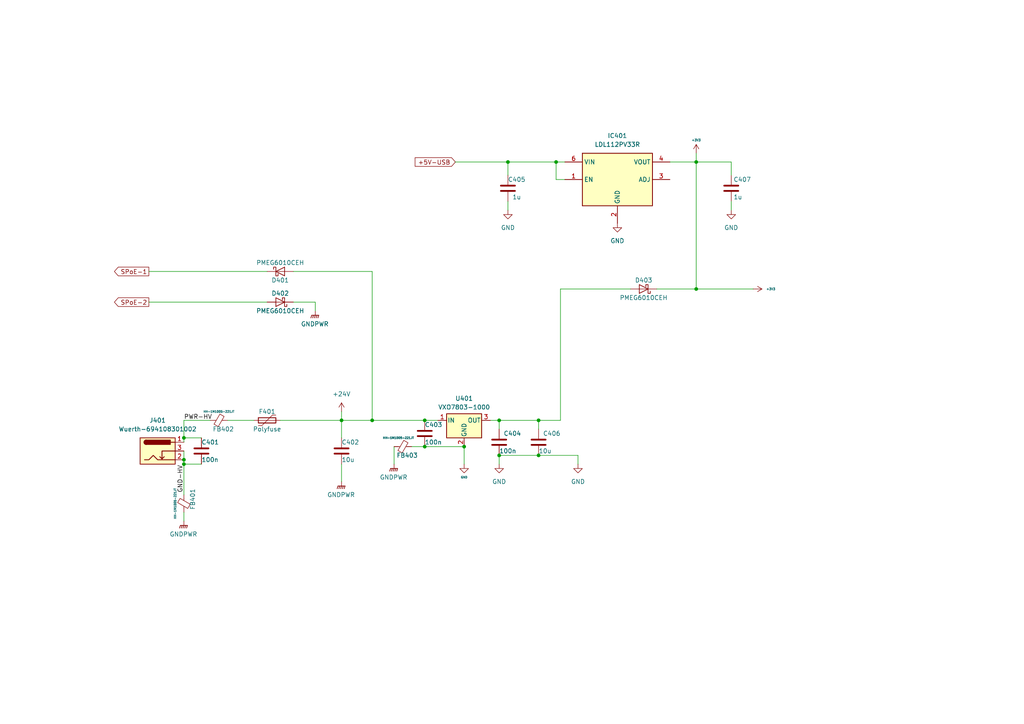
<source format=kicad_sch>
(kicad_sch (version 20230121) (generator eeschema)
  (paper "A4")
  (lib_symbols
    (symbol "Connector:Barrel_Jack_Switch" (pin_names hide)
      (property "Reference" "J" (at 0 5.334 0))
      (property "Value" "Barrel_Jack_Switch" (at 0 -5.08 0))
      (symbol "Barrel_Jack_Switch_0_1"
        (rectangle (start -5.08 3.81) (end 5.08 -3.81) (stroke (width 0.254)) (fill (type background)))
        (arc (start -3.302 3.175) (mid -3.9343 2.54) (end -3.302 1.905) (stroke (width 0.254)))
        (arc (start -3.302 3.175) (mid -3.9343 2.54) (end -3.302 1.905) (stroke (width 0.254)) (fill (type outline)))
        (polyline (pts (xy 1.27 -2.286) (xy 1.905 -1.651)) (stroke (width 0.254)))
        (polyline (pts (xy 5.08 2.54) (xy 3.81 2.54)) (stroke (width 0.254)))
        (polyline (pts (xy 5.08 0) (xy 1.27 0) (xy 1.27 -2.286) (xy 0.635 -1.651)) (stroke (width 0.254)))
        (polyline (pts (xy -3.81 -2.54) (xy -2.54 -2.54) (xy -1.27 -1.27) (xy 0 -2.54) (xy 2.54 -2.54) (xy 5.08 -2.54)) (stroke (width 0.254)))
        (rectangle (start 3.683 3.175) (end -3.302 1.905) (stroke (width 0.254)) (fill (type outline)))
      )
      (symbol "Barrel_Jack_Switch_1_1"
        (pin passive line (at 7.62 2.54 180) (length 2.54) (name "~") (number "1"))
        (pin passive line (at 7.62 -2.54 180) (length 2.54) (name "~") (number "2"))
        (pin passive line (at 7.62 0 180) (length 2.54) (name "~") (number "3"))
      )
    )
    (symbol "Device:C" (pin_numbers hide) (pin_names (offset 0.254))
      (property "Reference" "C" (at 0.635 2.54 0))
      (property "Value" "C" (at 0.635 -2.54 0))
      (symbol "C_0_1"
        (polyline (pts (xy -2.032 -0.762) (xy 2.032 -0.762)) (stroke (width 0.508)))
        (polyline (pts (xy -2.032 0.762) (xy 2.032 0.762)) (stroke (width 0.508)))
      )
      (symbol "C_1_1"
        (pin passive line (at 0 3.81 270) (length 2.794) (name "~") (number "1"))
        (pin passive line (at 0 -3.81 90) (length 2.794) (name "~") (number "2"))
      )
    )
    (symbol "Device:Ferrite_Bead_Small" (pin_numbers hide) (pin_names (offset 0))
      (property "Reference" "FB" (at 1.905 1.27 0))
      (property "Value" "Device_Ferrite_Bead_Small" (at 1.905 -1.27 0))
      (symbol "Ferrite_Bead_Small_0_1"
        (polyline (pts (xy 0 -1.27) (xy 0 -0.7874)))
        (polyline (pts (xy 0 0.889) (xy 0 1.2954)))
        (polyline (pts (xy -1.8288 0.2794) (xy -1.1176 1.4986) (xy 1.8288 -0.2032) (xy 1.1176 -1.4224) (xy -1.8288 0.2794)))
      )
      (symbol "Ferrite_Bead_Small_1_1"
        (pin passive line (at 0 2.54 270) (length 1.27) (name "~") (number "1"))
        (pin passive line (at 0 -2.54 90) (length 1.27) (name "~") (number "2"))
      )
    )
    (symbol "Device:Polyfuse" (pin_numbers hide) (pin_names (offset 0))
      (property "Reference" "F" (at -2.54 0 90))
      (property "Value" "Polyfuse" (at 2.54 0 90))
      (symbol "Polyfuse_0_1"
        (rectangle (start -0.762 2.54) (end 0.762 -2.54) (stroke (width 0.254)))
        (polyline (pts (xy 0 2.54) (xy 0 -2.54)))
        (polyline (pts (xy -1.524 2.54) (xy -1.524 1.524) (xy 1.524 -1.524) (xy 1.524 -2.54)))
      )
      (symbol "Polyfuse_1_1"
        (pin passive line (at 0 3.81 270) (length 1.27) (name "~") (number "1"))
        (pin passive line (at 0 -3.81 90) (length 1.27) (name "~") (number "2"))
      )
    )
    (symbol "Diode:PMEG6010CEH" (pin_numbers hide) (pin_names hide)
      (property "Reference" "D" (at 0 2.54 0))
      (property "Value" "PMEG6010CEH" (at 0 -2.54 0))
      (symbol "PMEG6010CEH_0_1"
        (polyline (pts (xy 1.27 0) (xy -1.27 0)))
        (polyline (pts (xy 1.27 1.27) (xy 1.27 -1.27) (xy -1.27 0) (xy 1.27 1.27)) (stroke (width 0.2032)))
        (polyline (pts (xy -1.905 0.635) (xy -1.905 1.27) (xy -1.27 1.27) (xy -1.27 -1.27) (xy -0.635 -1.27) (xy -0.635 -0.635)) (stroke (width 0.2032)))
      )
      (symbol "PMEG6010CEH_1_1"
        (pin passive line (at -3.81 0 0) (length 2.54) (name "K") (number "1"))
        (pin passive line (at 3.81 0 180) (length 2.54) (name "A") (number "2"))
      )
    )
    (symbol "Project_Specific_Power:+3V3" (power) (pin_names (offset 0))
      (property "Value" "+3V3" (at 0 3.175 0))
      (symbol "+3V3_0_1"
        (polyline (pts (xy -0.762 1.27) (xy 0 2.54)))
        (polyline (pts (xy 0 0) (xy 0 2.54)))
        (polyline (pts (xy 0 2.54) (xy 0.762 1.27)))
      )
      (symbol "+3V3_1_1"
        (pin power_in line (at 0 0 90) (length 0) hide (name "+3V3") (number "1"))
      )
    )
    (symbol "Project_Specific_STMicroelectronics:LDL112PV33R"
      (property "Reference" "IC" (at -7.62 8.89 0))
      (property "Value" "LDL112PV33R" (at -6.35 -3.81 0))
      (symbol "LDL112PV33R_1_1"
        (rectangle (start -10.16 5.08) (end 10.16 -10.16) (stroke (width 0.254)) (fill (type background)))
        (pin passive line (at -15.24 -2.54 0) (length 5.08) (name "EN") (number "1"))
        (pin passive line (at 0 -15.24 90) (length 5.08) (name "GND") (number "2"))
        (pin passive line (at 15.24 -2.54 180) (length 5.08) (name "ADJ") (number "3"))
        (pin passive line (at 15.24 2.54 180) (length 5.08) (name "VOUT") (number "4"))
        (pin passive line (at -15.24 2.54 0) (length 5.08) (name "VIN") (number "6"))
        (pin passive line (at 0 -15.24 90) (length 5.08) hide (name "EP") (number "7"))
      )
    )
    (symbol "Regulator_Linear:L7805" (pin_names (offset 0.254))
      (property "Reference" "U" (at -3.81 3.175 0))
      (property "Value" "L7805" (at 0 3.175 0))
      (symbol "L7805_0_1"
        (rectangle (start -5.08 1.905) (end 5.08 -5.08) (stroke (width 0.254)) (fill (type background)))
      )
      (symbol "L7805_1_1"
        (pin power_in line (at -7.62 0 0) (length 2.54) (name "IN") (number "1"))
        (pin power_in line (at 0 -7.62 90) (length 2.54) (name "GND") (number "2"))
        (pin power_out line (at 7.62 0 180) (length 2.54) (name "OUT") (number "3"))
      )
    )
    (symbol "power:+24V" (power) (pin_names (offset 0))
      (property "Value" "+24V" (at 0 3.556 0))
      (symbol "+24V_0_1"
        (polyline (pts (xy -0.762 1.27) (xy 0 2.54)))
        (polyline (pts (xy 0 0) (xy 0 2.54)))
        (polyline (pts (xy 0 2.54) (xy 0.762 1.27)))
      )
      (symbol "+24V_1_1"
        (pin power_in line (at 0 0 90) (length 0) hide (name "+24V") (number "1"))
      )
    )
    (symbol "power:GND" (power) (pin_names (offset 0))
      (property "Value" "GND" (at 0 -3.81 0))
      (symbol "GND_0_1"
        (polyline (pts (xy 0 0) (xy 0 -1.27) (xy 1.27 -1.27) (xy 0 -2.54) (xy -1.27 -1.27) (xy 0 -1.27)))
      )
      (symbol "GND_1_1"
        (pin power_in line (at 0 0 270) (length 0) hide (name "GND") (number "1"))
      )
    )
    (symbol "power:GNDPWR" (power) (pin_names (offset 0))
      (property "Value" "GNDPWR" (at 0 -3.302 0))
      (symbol "GNDPWR_0_1"
        (polyline (pts (xy 0 -1.27) (xy 0 0)))
        (polyline (pts (xy -1.016 -1.27) (xy -1.27 -2.032) (xy -1.27 -2.032)) (stroke (width 0.2032)))
        (polyline (pts (xy -0.508 -1.27) (xy -0.762 -2.032) (xy -0.762 -2.032)) (stroke (width 0.2032)))
        (polyline (pts (xy 0 -1.27) (xy -0.254 -2.032) (xy -0.254 -2.032)) (stroke (width 0.2032)))
        (polyline (pts (xy 0.508 -1.27) (xy 0.254 -2.032) (xy 0.254 -2.032)) (stroke (width 0.2032)))
        (polyline (pts (xy 1.016 -1.27) (xy -1.016 -1.27) (xy -1.016 -1.27)) (stroke (width 0.2032)))
        (polyline (pts (xy 1.016 -1.27) (xy 0.762 -2.032) (xy 0.762 -2.032) (xy 0.762 -2.032)) (stroke (width 0.2032)))
      )
      (symbol "GNDPWR_1_1"
        (pin power_in line (at 0 0 270) (length 0) hide (name "GNDPWR") (number "1"))
      )
    )
  )
  (junction (at 144.78 121.92))
  (junction (at 53.34 127))
  (junction (at 53.34 133.35))
  (junction (at 134.62 129.54))
  (junction (at 123.19 121.92))
  (junction (at 156.21 121.92))
  (junction (at 144.78 132.08))
  (junction (at 107.95 121.92))
  (junction (at 201.93 46.99))
  (junction (at 156.21 132.08))
  (junction (at 161.29 46.99))
  (junction (at 201.93 83.82))
  (junction (at 147.32 46.99))
  (junction (at 53.34 134.62))
  (junction (at 123.19 129.54))
  (junction (at 99.06 121.92))
  (wire (pts (xy 99.06 121.92) (xy 99.06 127)))
  (wire (pts (xy 147.32 58.42) (xy 147.32 60.96)))
  (wire (pts (xy 53.34 130.81) (xy 53.34 133.35)))
  (wire (pts (xy 134.62 129.54) (xy 134.62 134.62)))
  (wire (pts (xy 53.34 121.92) (xy 53.34 127)))
  (wire (pts (xy 162.56 83.82) (xy 162.56 121.92)))
  (wire (pts (xy 123.19 129.54) (xy 134.62 129.54)))
  (wire (pts (xy 144.78 121.92) (xy 144.78 124.46)))
  (wire (pts (xy 161.29 46.99) (xy 163.83 46.99)))
  (wire (pts (xy 212.09 58.42) (xy 212.09 60.96)))
  (wire (pts (xy 144.78 121.92) (xy 156.21 121.92)))
  (wire (pts (xy 107.95 121.92) (xy 123.19 121.92)))
  (wire (pts (xy 167.64 132.08) (xy 167.64 134.62)))
  (wire (pts (xy 201.93 44.45) (xy 201.93 46.99)))
  (wire (pts (xy 123.19 121.92) (xy 127 121.92)))
  (wire (pts (xy 99.06 121.92) (xy 107.95 121.92)))
  (wire (pts (xy 147.32 50.8) (xy 147.32 46.99)))
  (wire (pts (xy 53.34 127) (xy 53.34 128.27)))
  (wire (pts (xy 161.29 52.07) (xy 161.29 46.99)))
  (wire (pts (xy 43.18 78.74) (xy 77.47 78.74)))
  (wire (pts (xy 53.34 148.59) (xy 53.34 151.13)))
  (wire (pts (xy 60.96 121.92) (xy 53.34 121.92)))
  (wire (pts (xy 201.93 83.82) (xy 201.93 46.99)))
  (wire (pts (xy 53.34 134.62) (xy 58.42 134.62)))
  (wire (pts (xy 53.34 133.35) (xy 53.34 134.62)))
  (wire (pts (xy 144.78 132.08) (xy 144.78 134.62)))
  (wire (pts (xy 194.31 46.99) (xy 201.93 46.99)))
  (wire (pts (xy 99.06 134.62) (xy 99.06 139.7)))
  (wire (pts (xy 73.66 121.92) (xy 66.04 121.92)))
  (wire (pts (xy 147.32 46.99) (xy 132.08 46.99)))
  (wire (pts (xy 43.18 87.63) (xy 77.47 87.63)))
  (wire (pts (xy 147.32 46.99) (xy 161.29 46.99)))
  (wire (pts (xy 53.34 134.62) (xy 53.34 143.51)))
  (wire (pts (xy 53.34 127) (xy 58.42 127)))
  (wire (pts (xy 201.93 83.82) (xy 218.44 83.82)))
  (wire (pts (xy 163.83 52.07) (xy 161.29 52.07)))
  (wire (pts (xy 156.21 121.92) (xy 162.56 121.92)))
  (wire (pts (xy 190.5 83.82) (xy 201.93 83.82)))
  (wire (pts (xy 119.38 129.54) (xy 123.19 129.54)))
  (wire (pts (xy 144.78 132.08) (xy 156.21 132.08)))
  (wire (pts (xy 99.06 119.38) (xy 99.06 121.92)))
  (wire (pts (xy 91.44 87.63) (xy 91.44 90.17)))
  (wire (pts (xy 162.56 83.82) (xy 182.88 83.82)))
  (wire (pts (xy 156.21 132.08) (xy 167.64 132.08)))
  (wire (pts (xy 156.21 121.92) (xy 156.21 124.46)))
  (wire (pts (xy 114.3 129.54) (xy 114.3 134.62)))
  (wire (pts (xy 85.09 87.63) (xy 91.44 87.63)))
  (wire (pts (xy 81.28 121.92) (xy 99.06 121.92)))
  (wire (pts (xy 142.24 121.92) (xy 144.78 121.92)))
  (wire (pts (xy 85.09 78.74) (xy 107.95 78.74)))
  (wire (pts (xy 212.09 50.8) (xy 212.09 46.99)))
  (wire (pts (xy 212.09 46.99) (xy 201.93 46.99)))
  (wire (pts (xy 107.95 121.92) (xy 107.95 78.74)))
  (label "GND-HV" (at 53.34 142.875 90))
  (label "PWR-HV" (at 53.34 121.92 0))
  (global_label "SPoE-2" (shape output) (at 43.18 87.63 180) (property "Intersheetrefs" "${INTERSHEET_REFS}" (at 32.7148 87.63 0) (effects (justify right))))
  (global_label "SPoE-1" (shape output) (at 43.18 78.74 180) (property "Intersheetrefs" "${INTERSHEET_REFS}" (at 32.7148 78.74 0) (effects (justify right))))
  (global_label "+5V-USB" (shape input) (at 132.08 46.99 180) (property "Intersheetrefs" "${INTERSHEET_REFS}" (at 119.9213 46.99 0) (effects (justify right))))
  (symbol (lib_id "power:GNDPWR") (at 99.06 139.7 0) (unit 1)
    (property "Reference" "#PWR0404" (effects hide))
    (property "Value" "GNDPWR" (at 98.933 143.51 0))
    (instances (project "SinglePair-Eth-Gateway" (path "" (reference "#PWR0404") (unit 1))) (project "Hemispherical-3D-Camera" (path "" (reference "#PWR0401") (unit 1))))
  )
  (symbol (lib_id "power:+24V") (at 99.06 119.38 0) (unit 1)
    (property "Reference" "#PWR0403" (effects hide))
    (property "Value" "+24V" (at 99.06 114.3 0))
  )
  (symbol (lib_id "Diode:PMEG6010CEH") (at 81.28 78.74 0) (unit 1)
    (property "Reference" "D401" (at 81.28 81.28 0))
    (property "Value" "PMEG6010CEH" (at 81.28 76.2 0))
    (property "Footprint" "Diode_SMD:D_SOD-123F" (effects hide))
    (property "Datasheet" "https://assets.nexperia.com/documents/data-sheet/PMEG6010CEH_PMEG6010CEJ.pdf" (effects hide))
    (instances (project "SinglePair-Eth-Gateway" (path "" (reference "D401") (unit 1))) (project "Hemispherical-3D-Camera" (path "" (reference "D403") (unit 1))))
  )
  (symbol (lib_id "power:GND") (at 179.07 64.77 0) (unit 1)
    (property "Reference" "#PWR0410" (effects hide))
    (property "Value" "GND" (at 179.07 69.85 0))
    (instances (project "SinglePair-Eth-Gateway" (path "" (reference "#PWR0410") (unit 1))) (project "Hemispherical-3D-Camera" (path "" (reference "#PWR0408") (unit 1))))
  )
  (symbol (lib_id "Device:Ferrite_Bead_Small") (at 53.34 146.05 0) (unit 1)
    (property "Reference" "FB401" (at 55.88 144.78 90))
    (property "Value" "HH-1M1005-221JT" (at 50.8 146.05 90) (effects (font (size 0.6 0.6))))
    (property "Footprint" "Project_Specific_Passives:FB_0603_1608Metric" (effects hide))
    (instances (project "SinglePair-Eth-Gateway" (path "" (reference "FB401") (unit 1))) (project "gateway-LoRa-T1L" (path "" (reference "FB101") (unit 1))) (project "Hemispherical-3D-Camera" (path "" (reference "FB1") (unit 1)) (path "" (reference "FB203") (unit 1)) (path "" (reference "FB402") (unit 1))))
  )
  (symbol (lib_id "Device:Ferrite_Bead_Small") (at 63.5 121.92 270) (unit 1)
    (property "Reference" "FB402" (at 64.77 124.46 90))
    (property "Value" "HH-1M1005-221JT" (at 63.5 119.38 90) (effects (font (size 0.6 0.6))))
    (property "Footprint" "Project_Specific_Passives:FB_0603_1608Metric" (effects hide))
    (instances (project "SinglePair-Eth-Gateway" (path "" (reference "FB402") (unit 1))) (project "gateway-LoRa-T1L" (path "" (reference "FB101") (unit 1))) (project "Hemispherical-3D-Camera" (path "" (reference "FB1") (unit 1)) (path "" (reference "FB203") (unit 1)) (path "" (reference "FB401") (unit 1))))
  )
  (symbol (lib_id "Diode:PMEG6010CEH") (at 81.28 87.63 180) (unit 1)
    (property "Reference" "D402" (at 81.28 85.09 0))
    (property "Value" "PMEG6010CEH" (at 81.28 90.17 0))
    (property "Footprint" "Diode_SMD:D_SOD-123F" (effects hide))
    (property "Datasheet" "https://assets.nexperia.com/documents/data-sheet/PMEG6010CEH_PMEG6010CEJ.pdf" (effects hide))
  )
  (symbol (lib_id "Device:C") (at 99.06 130.81 0) (unit 1)
    (property "Reference" "C402" (at 99.06 128.27 0) (effects (justify left)))
    (property "Value" "10u" (at 99.06 133.35 0) (effects (justify left)))
    (property "Footprint" "Capacitor_SMD:C_0805_2012Metric" (effects hide))
    (instances (project "SinglePair-Eth-Gateway" (path "" (reference "C402") (unit 1))) (project "Hemispherical-3D-Camera" (path "" (reference "C410") (unit 1))))
  )
  (symbol (lib_id "Device:Polyfuse") (at 77.47 121.92 90) (unit 1)
    (property "Reference" "F401" (at 77.47 119.38 90))
    (property "Value" "Polyfuse" (at 77.47 124.46 90))
    (property "Footprint" "Fuse:Fuse_1210_3225Metric" (effects hide))
  )
  (symbol (lib_id "Device:C") (at 58.42 130.81 0) (unit 1)
    (property "Reference" "C401" (at 58.42 128.27 0) (effects (justify left)))
    (property "Value" "100n" (at 58.42 133.35 0) (effects (justify left)))
    (property "Footprint" "Capacitor_SMD:C_0603_1608Metric" (effects hide))
    (instances (project "SinglePair-Eth-Gateway" (path "" (reference "C401") (unit 1))) (project "Hemispherical-3D-Camera" (path "" (reference "C409") (unit 1))))
  )
  (symbol (lib_id "Diode:PMEG6010CEH") (at 186.69 83.82 180) (unit 1)
    (property "Reference" "D403" (at 186.69 81.28 0))
    (property "Value" "PMEG6010CEH" (at 186.69 86.36 0))
    (property "Footprint" "Diode_SMD:D_SOD-123F" (effects hide))
    (property "Datasheet" "https://assets.nexperia.com/documents/data-sheet/PMEG6010CEH_PMEG6010CEJ.pdf" (effects hide))
    (instances (project "SinglePair-Eth-Gateway" (path "" (reference "D403") (unit 1))) (project "Hemispherical-3D-Camera" (path "" (reference "D402") (unit 1))))
  )
  (symbol (lib_id "Device:C") (at 147.32 54.61 0) (unit 1)
    (property "Reference" "C405" (at 147.32 52.07 0) (effects (justify left)))
    (property "Value" "1u" (at 148.59 57.15 0) (effects (justify left)))
    (property "Footprint" "Capacitor_SMD:C_0603_1608Metric" (effects hide))
    (instances (project "SinglePair-Eth-Gateway" (path "" (reference "C405") (unit 1))) (project "Hemispherical-3D-Camera" (path "" (reference "C407") (unit 1))))
  )
  (symbol (lib_id "power:GNDPWR") (at 53.34 151.13 0) (unit 1)
    (property "Reference" "#PWR0401" (effects hide))
    (property "Value" "GNDPWR" (at 53.213 154.94 0))
    (instances (project "SinglePair-Eth-Gateway" (path "" (reference "#PWR0401") (unit 1))) (project "Hemispherical-3D-Camera" (path "" (reference "#PWR0104") (unit 1))))
  )
  (symbol (lib_id "Project_Specific_STMicroelectronics:LDL112PV33R") (at 179.07 49.53 0) (unit 1)
    (property "Reference" "IC401" (at 179.07 39.37 0))
    (property "Value" "LDL112PV33R" (at 179.07 41.91 0))
    (property "Footprint" "Project_Specific_ST:SON95P300X300X100-7N-D" (effects hide))
    (property "Datasheet" "https://www.st.com/resource/en/datasheet/ldl112.pdf" (effects hide))
    (property "Height" "1" (effects hide))
    (property "Manufacturer_Name" "STMicroelectronics" (effects hide))
    (property "Manufacturer_Part_Number" "LDL112PV33R" (effects hide))
    (property "Mouser Part Number" "511-LDL112PV33R" (effects hide))
    (property "Mouser Price/Stock" "https://www.mouser.co.uk/ProductDetail/STMicroelectronics/LDL112PV33R?qs=ClYTdQWm4hBLK%252B6rgDdn2Q%3D%3D" (effects hide))
    (property "Arrow Part Number" "LDL112PV33R" (effects hide))
    (property "Arrow Price/Stock" "https://www.arrow.com/en/products/ldl112pv33r/stmicroelectronics?region=nac" (effects hide))
    (instances (project "SinglePair-Eth-Gateway" (path "" (reference "IC401") (unit 1))) (project "Hemispherical-3D-Camera" (path "" (reference "IC402") (unit 1))))
  )
  (symbol (lib_id "Device:C") (at 123.19 125.73 0) (unit 1)
    (property "Reference" "C403" (at 123.19 123.19 0) (effects (justify left)))
    (property "Value" "100n" (at 123.19 128.27 0) (effects (justify left)))
    (property "Footprint" "Capacitor_SMD:C_0603_1608Metric" (effects hide))
    (instances (project "SinglePair-Eth-Gateway" (path "" (reference "C403") (unit 1))) (project "Hemispherical-3D-Camera" (path "" (reference "C410") (unit 1))))
  )
  (symbol (lib_id "power:GND") (at 212.09 60.96 0) (unit 1)
    (property "Reference" "#PWR0412" (effects hide))
    (property "Value" "GND" (at 212.09 66.04 0))
    (instances (project "SinglePair-Eth-Gateway" (path "" (reference "#PWR0412") (unit 1))) (project "Hemispherical-3D-Camera" (path "" (reference "#PWR0411") (unit 1))))
  )
  (symbol (lib_id "Device:C") (at 212.09 54.61 0) (unit 1)
    (property "Reference" "C407" (at 212.725 52.07 0) (effects (justify left)))
    (property "Value" "1u" (at 212.725 57.15 0) (effects (justify left)))
    (property "Footprint" "Capacitor_SMD:C_0603_1608Metric" (effects hide))
    (instances (project "SinglePair-Eth-Gateway" (path "" (reference "C407") (unit 1))) (project "Hemispherical-3D-Camera" (path "" (reference "C408") (unit 1))))
  )
  (symbol (lib_id "power:GNDPWR") (at 91.44 90.17 0) (unit 1)
    (property "Reference" "#PWR0402" (effects hide))
    (property "Value" "GNDPWR" (at 91.313 93.98 0))
    (instances (project "SinglePair-Eth-Gateway" (path "" (reference "#PWR0402") (unit 1))) (project "Hemispherical-3D-Camera" (path "" (reference "#PWR0401") (unit 1))))
  )
  (symbol (lib_id "power:GND") (at 147.32 60.96 0) (unit 1)
    (property "Reference" "#PWR0408" (effects hide))
    (property "Value" "GND" (at 147.32 66.04 0))
    (instances (project "SinglePair-Eth-Gateway" (path "" (reference "#PWR0408") (unit 1))) (project "Hemispherical-3D-Camera" (path "" (reference "#PWR0410") (unit 1))))
  )
  (symbol (lib_id "Device:Ferrite_Bead_Small") (at 116.84 129.54 270) (unit 1)
    (property "Reference" "FB403" (at 118.11 132.08 90))
    (property "Value" "HH-1M1005-221JT" (at 115.57 127 90) (effects (font (size 0.6 0.6))))
    (property "Footprint" "Project_Specific_Passives:FB_0603_1608Metric" (effects hide))
    (instances (project "SinglePair-Eth-Gateway" (path "" (reference "FB403") (unit 1))) (project "gateway-LoRa-T1L" (path "" (reference "FB101") (unit 1))) (project "Hemispherical-3D-Camera" (path "" (reference "FB1") (unit 1)) (path "" (reference "FB203") (unit 1)) (path "" (reference "FB401") (unit 1))))
  )
  (symbol (lib_id "power:GND") (at 167.64 134.62 0) (unit 1)
    (property "Reference" "#PWR0409" (effects hide))
    (property "Value" "GND" (at 167.64 139.7 0))
    (instances (project "SinglePair-Eth-Gateway" (path "" (reference "#PWR0409") (unit 1))) (project "Hemispherical-3D-Camera" (path "" (reference "#PWR0403") (unit 1))))
  )
  (symbol (lib_id "Device:C") (at 144.78 128.27 0) (unit 1)
    (property "Reference" "C404" (at 146.05 125.73 0) (effects (justify left)))
    (property "Value" "100n" (at 144.78 130.81 0) (effects (justify left)))
    (property "Footprint" "Capacitor_SMD:C_0603_1608Metric" (effects hide))
  )
  (symbol (lib_id "power:GND") (at 134.62 134.62 0) (unit 1)
    (property "Reference" "#PWR0406" (effects hide))
    (property "Value" "GND" (at 134.62 138.43 0) (effects (font (size 0.6 0.6))))
    (instances (project "SinglePair-Eth-Gateway" (path "" (reference "#PWR0406") (unit 1))) (project "Ethernet" (path "" (reference "#PWR0306") (unit 1))) (project "gateway-LoRa-T1L" (path "" (reference "#PWR0306") (unit 1))) (project "Hemispherical-3D-Camera" (path "" (reference "#PWR0331") (unit 1)) (path "" (reference "#PWR0413") (unit 1))))
  )
  (symbol (lib_id "Project_Specific_Power:+3V3") (at 201.93 44.45 0) (unit 1)
    (property "Reference" "#PWR0411" (effects hide))
    (property "Value" "+3V3" (at 201.93 40.64 0) (effects (font (size 0.635 0.635))))
    (instances (project "SinglePair-Eth-Gateway" (path "" (reference "#PWR0411") (unit 1))) (project "Hemispherical-3D-Camera" (path "" (reference "#PWR0409") (unit 1))))
  )
  (symbol (lib_id "Device:C") (at 156.21 128.27 0) (unit 1)
    (property "Reference" "C406" (at 157.48 125.73 0) (effects (justify left)))
    (property "Value" "10u" (at 156.21 130.81 0) (effects (justify left)))
    (property "Footprint" "Capacitor_SMD:C_0805_2012Metric" (effects hide))
    (instances (project "SinglePair-Eth-Gateway" (path "" (reference "C406") (unit 1))) (project "Hemispherical-3D-Camera" (path "" (reference "C404") (unit 1))))
  )
  (symbol (lib_id "Project_Specific_Power:+3V3") (at 218.44 83.82 270) (unit 1)
    (property "Reference" "#PWR0413" (effects hide))
    (property "Value" "+3V3" (at 222.25 83.82 90) (effects (font (size 0.635 0.635)) (justify left)))
    (instances (project "SinglePair-Eth-Gateway" (path "" (reference "#PWR0413") (unit 1))) (project "Hemispherical-3D-Camera" (path "" (reference "#PWR0404") (unit 1))))
  )
  (symbol (lib_id "Connector:Barrel_Jack_Switch") (at 45.72 130.81 0) (unit 1)
    (property "Reference" "J401" (at 45.72 121.92 0))
    (property "Value" "Wuerth-694108301002" (at 45.72 124.46 0))
    (property "Footprint" "Connector_BarrelJack:BarrelJack_Wuerth_6941xx301002" (effects hide))
  )
  (symbol (lib_id "power:GNDPWR") (at 114.3 134.62 0) (unit 1)
    (property "Reference" "#PWR0405" (effects hide))
    (property "Value" "GNDPWR" (at 114.173 138.43 0))
    (instances (project "SinglePair-Eth-Gateway" (path "" (reference "#PWR0405") (unit 1))) (project "Hemispherical-3D-Camera" (path "" (reference "#PWR0412") (unit 1))))
  )
  (symbol (lib_id "Regulator_Linear:L7805") (at 134.62 121.92 0) (unit 1)
    (property "Reference" "U401" (at 134.62 115.57 0))
    (property "Value" "VXO7803-1000" (at 134.62 118.11 0))
    (property "Footprint" "Package_TO_SOT_THT:TO-220-3_Vertical" (effects hide))
    (property "Datasheet" "http://www.st.com/content/ccc/resource/technical/document/datasheet/41/4f/b3/b0/12/d4/47/88/CD00000444.pdf/files/CD00000444.pdf/jcr:content/translations/en.CD00000444.pdf" (effects hide))
  )
  (symbol (lib_id "power:GND") (at 144.78 134.62 0) (unit 1)
    (property "Reference" "#PWR0407" (effects hide))
    (property "Value" "GND" (at 144.78 139.7 0))
    (instances (project "SinglePair-Eth-Gateway" (path "" (reference "#PWR0407") (unit 1))) (project "Hemispherical-3D-Camera" (path "" (reference "#PWR0402") (unit 1))))
  )
)
</source>
